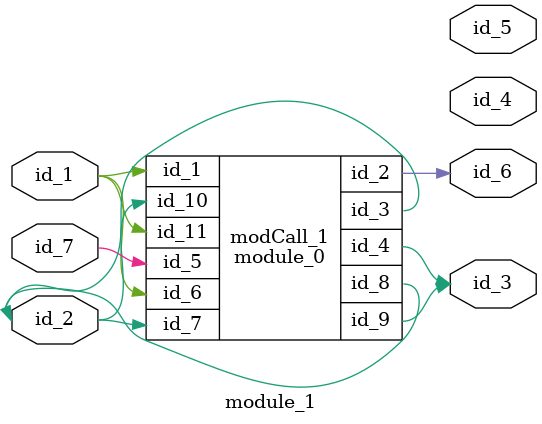
<source format=v>
module module_0 (
    id_1,
    id_2,
    id_3,
    id_4,
    id_5,
    id_6,
    id_7,
    id_8,
    id_9,
    id_10,
    id_11
);
  input wire id_11;
  input wire id_10;
  output wire id_9;
  output wire id_8;
  input wire id_7;
  input wire id_6;
  input wire id_5;
  output wire id_4;
  inout wire id_3;
  output wire id_2;
  input wire id_1;
  wire id_12;
  wire id_13;
endmodule
module module_1 (
    id_1,
    id_2,
    id_3,
    id_4,
    id_5,
    id_6,
    id_7
);
  input wire id_7;
  output wire id_6;
  output wire id_5;
  output wire id_4;
  output wire id_3;
  inout wire id_2;
  input wire id_1;
  module_0 modCall_1 (
      id_1,
      id_6,
      id_2,
      id_3,
      id_7,
      id_1,
      id_2,
      id_2,
      id_3,
      id_2,
      id_1
  );
endmodule

</source>
